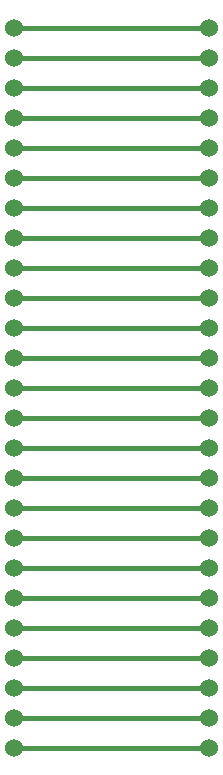
<source format=gbr>
G04 DesignSpark PCB Gerber Version 10.0 Build 5299*
%FSLAX35Y35*%
%MOIN*%
%ADD11C,0.01500*%
%ADD10C,0.06000*%
X0Y0D02*
D02*
D10*
X10250Y10250D03*
Y20250D03*
Y30250D03*
Y40250D03*
Y50250D03*
Y60250D03*
Y70250D03*
Y80250D03*
Y90250D03*
Y100250D03*
Y110250D03*
Y120250D03*
Y130250D03*
Y140250D03*
Y150250D03*
Y160250D03*
Y170250D03*
Y180250D03*
Y190250D03*
Y200250D03*
Y210250D03*
Y220250D03*
Y230250D03*
Y240250D03*
Y250250D03*
X75250Y10250D03*
Y20250D03*
Y30250D03*
Y40250D03*
Y50250D03*
Y60250D03*
Y70250D03*
Y80250D03*
Y90250D03*
Y100250D03*
Y110250D03*
Y120250D03*
Y130250D03*
Y140250D03*
Y150250D03*
Y160250D03*
Y170250D03*
Y180250D03*
Y190250D03*
Y200250D03*
Y210250D03*
Y220250D03*
Y230250D03*
Y240250D03*
Y250250D03*
D02*
D11*
X10250Y20250D02*
X75250D01*
X10250Y30250D02*
X75250D01*
X10250Y50250D02*
X75250D01*
X10250Y70250D02*
X75250D01*
X10250Y90250D02*
X75250D01*
X10250Y110250D02*
X75250D01*
X10250Y130250D02*
X75250D01*
X10250Y150250D02*
X75250D01*
X10250Y170250D02*
X75250D01*
X10250Y190250D02*
X75250D01*
X10250Y210250D02*
X75250D01*
X10250Y230250D02*
X75250D01*
X10250Y250250D02*
X75250D01*
Y10250D02*
X10250D01*
X75250Y40250D02*
X10250D01*
X75250Y60250D02*
X10250D01*
X75250Y80250D02*
X10250D01*
X75250Y100250D02*
X10250D01*
X75250Y120250D02*
X10250D01*
X75250Y140250D02*
X10250D01*
X75250Y160250D02*
X10250D01*
X75250Y180250D02*
X10250D01*
X75250Y200250D02*
X10250D01*
X75250Y220250D02*
X10250D01*
X75250Y240250D02*
X10250D01*
X0Y0D02*
M02*

</source>
